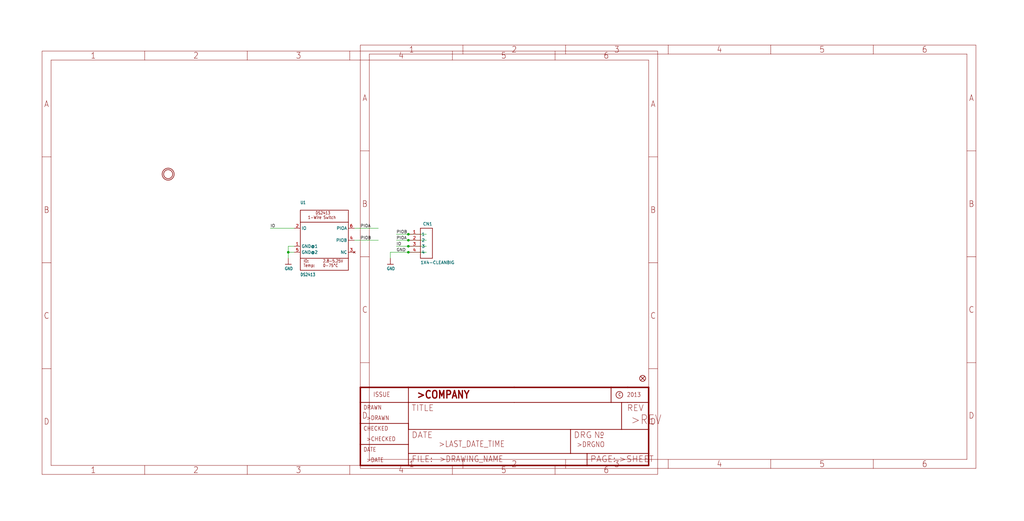
<source format=kicad_sch>
(kicad_sch (version 20211123) (generator eeschema)
  (paper "User" 433.07 220.421)
  (lib_symbols
    (symbol "schematicEagle-eagle-import:1X4-CLEANBIG"
      (property "Reference" "CN" (at 5.08 7.62 0))
      (property "Value" "1X4-CLEANBIG" (at 0 -10.16 0))
      (symbol "1X4-CLEANBIG_1_0"
        (polyline (pts (xy 0 -7.62) (xy 0 5.08)) (stroke (width 0.254)))
        (polyline (pts (xy 0 5.08) (xy 5.08 5.08)) (stroke (width 0.254)))
        (polyline (pts (xy 5.08 -7.62) (xy 0 -7.62)) (stroke (width 0.254)))
        (polyline (pts (xy 5.08 5.08) (xy 5.08 -7.62)) (stroke (width 0.254)))
        (pin bidirectional line (at -5.08 2.54 0) (length 5.08) (name "1") (number "1"))
        (pin bidirectional line (at -5.08 0 0) (length 5.08) (name "2") (number "2"))
        (pin bidirectional line (at -5.08 -2.54 0) (length 5.08) (name "3") (number "3"))
        (pin bidirectional line (at -5.08 -5.08 0) (length 5.08) (name "4") (number "4"))
      )
    )
    (symbol "schematicEagle-eagle-import:DS2413TSOC"
      (property "Reference" "U" (at -10.16 15.24 0))
      (property "Value" "DS2413TSOC" (at -10.16 -15.24 0))
      (symbol "DS2413TSOC_1_0"
        (polyline (pts (xy -10.16 -12.7) (xy 10.16 -12.7)) (stroke (width 0.254)))
        (polyline (pts (xy -10.16 -7.62) (xy -10.16 -12.7)) (stroke (width 0.254)))
        (polyline (pts (xy -10.16 -7.62) (xy -10.16 7.62)) (stroke (width 0.254)))
        (polyline (pts (xy -10.16 7.62) (xy -10.16 12.7)) (stroke (width 0.254)))
        (polyline (pts (xy -10.16 7.62) (xy 10.16 7.62)) (stroke (width 0.254)))
        (polyline (pts (xy -10.16 12.7) (xy 10.16 12.7)) (stroke (width 0.254)))
        (polyline (pts (xy 10.16 -12.7) (xy 10.16 -7.62)) (stroke (width 0.254)))
        (polyline (pts (xy 10.16 -7.62) (xy -10.16 -7.62)) (stroke (width 0.254)))
        (polyline (pts (xy 10.16 7.62) (xy 10.16 -7.62)) (stroke (width 0.254)))
        (polyline (pts (xy 10.16 12.7) (xy 10.16 7.62)) (stroke (width 0.254)))
        (text "0-75°C" (at -0.635 -11.43 0) (effects (font (size 1.27 1.0795)) (justify left bottom)))
        (text "1-Wire Switch" (at -6.985 8.89 0) (effects (font (size 1.27 1.0795)) (justify left bottom)))
        (text "2.8-5.25V" (at -0.635 -9.525 0) (effects (font (size 1.27 1.0795)) (justify left bottom)))
        (text "DS2413" (at -3.81 10.795 0) (effects (font (size 1.27 1.0795)) (justify left bottom)))
        (text "IO:" (at -8.89 -9.525 0) (effects (font (size 1.27 1.0795)) (justify left bottom)))
        (text "Temp:" (at -8.89 -11.43 0) (effects (font (size 1.27 1.0795)) (justify left bottom)))
        (pin power_in line (at -12.7 -2.54 0) (length 2.54) (name "GND@1") (number "1"))
        (pin bidirectional line (at -12.7 5.08 0) (length 2.54) (name "IO") (number "2"))
        (pin no_connect line (at 12.7 -5.08 180) (length 2.54) (name "NC") (number "3"))
        (pin bidirectional line (at 12.7 0 180) (length 2.54) (name "PIOB") (number "4"))
        (pin power_in line (at -12.7 -5.08 0) (length 2.54) (name "GND@2") (number "5"))
        (pin bidirectional line (at 12.7 5.08 180) (length 2.54) (name "PIOA") (number "6"))
      )
    )
    (symbol "schematicEagle-eagle-import:FIDUCIAL{dblquote}{dblquote}"
      (symbol "FIDUCIAL{dblquote}{dblquote}_1_0"
        (polyline (pts (xy -0.762 0.762) (xy 0.762 -0.762)) (stroke (width 0.254)))
        (polyline (pts (xy 0.762 0.762) (xy -0.762 -0.762)) (stroke (width 0.254)))
        (circle (center 0 0) (radius 1.27) (stroke (width 0.254)))
      )
    )
    (symbol "schematicEagle-eagle-import:FRAME_A4"
      (symbol "FRAME_A4_0_0"
        (polyline (pts (xy 0 44.7675) (xy 3.81 44.7675)))
        (polyline (pts (xy 0 89.535) (xy 3.81 89.535)))
        (polyline (pts (xy 0 134.3025) (xy 3.81 134.3025)))
        (polyline (pts (xy 3.81 3.81) (xy 3.81 175.26)))
        (polyline (pts (xy 43.3917 0) (xy 43.3917 3.81)))
        (polyline (pts (xy 43.3917 175.26) (xy 43.3917 179.07)))
        (polyline (pts (xy 86.7833 0) (xy 86.7833 3.81)))
        (polyline (pts (xy 86.7833 175.26) (xy 86.7833 179.07)))
        (polyline (pts (xy 130.175 0) (xy 130.175 3.81)))
        (polyline (pts (xy 130.175 175.26) (xy 130.175 179.07)))
        (polyline (pts (xy 173.5667 0) (xy 173.5667 3.81)))
        (polyline (pts (xy 173.5667 175.26) (xy 173.5667 179.07)))
        (polyline (pts (xy 216.9583 0) (xy 216.9583 3.81)))
        (polyline (pts (xy 216.9583 175.26) (xy 216.9583 179.07)))
        (polyline (pts (xy 256.54 3.81) (xy 3.81 3.81)))
        (polyline (pts (xy 256.54 3.81) (xy 256.54 175.26)))
        (polyline (pts (xy 256.54 44.7675) (xy 260.35 44.7675)))
        (polyline (pts (xy 256.54 89.535) (xy 260.35 89.535)))
        (polyline (pts (xy 256.54 134.3025) (xy 260.35 134.3025)))
        (polyline (pts (xy 256.54 175.26) (xy 3.81 175.26)))
        (polyline (pts (xy 0 0) (xy 260.35 0) (xy 260.35 179.07) (xy 0 179.07) (xy 0 0)))
        (text "1" (at 21.6958 1.905 0) (effects (font (size 2.54 2.286))))
        (text "1" (at 21.6958 177.165 0) (effects (font (size 2.54 2.286))))
        (text "2" (at 65.0875 1.905 0) (effects (font (size 2.54 2.286))))
        (text "2" (at 65.0875 177.165 0) (effects (font (size 2.54 2.286))))
        (text "3" (at 108.4792 1.905 0) (effects (font (size 2.54 2.286))))
        (text "3" (at 108.4792 177.165 0) (effects (font (size 2.54 2.286))))
        (text "4" (at 151.8708 1.905 0) (effects (font (size 2.54 2.286))))
        (text "4" (at 151.8708 177.165 0) (effects (font (size 2.54 2.286))))
        (text "5" (at 195.2625 1.905 0) (effects (font (size 2.54 2.286))))
        (text "5" (at 195.2625 177.165 0) (effects (font (size 2.54 2.286))))
        (text "6" (at 238.6542 1.905 0) (effects (font (size 2.54 2.286))))
        (text "6" (at 238.6542 177.165 0) (effects (font (size 2.54 2.286))))
        (text "A" (at 1.905 156.6863 0) (effects (font (size 2.54 2.286))))
        (text "A" (at 258.445 156.6863 0) (effects (font (size 2.54 2.286))))
        (text "B" (at 1.905 111.9188 0) (effects (font (size 2.54 2.286))))
        (text "B" (at 258.445 111.9188 0) (effects (font (size 2.54 2.286))))
        (text "C" (at 1.905 67.1513 0) (effects (font (size 2.54 2.286))))
        (text "C" (at 258.445 67.1513 0) (effects (font (size 2.54 2.286))))
        (text "D" (at 1.905 22.3838 0) (effects (font (size 2.54 2.286))))
        (text "D" (at 258.445 22.3838 0) (effects (font (size 2.54 2.286))))
      )
      (symbol "FRAME_A4_1_0"
        (polyline (pts (xy 256.54 3.81) (xy 256.54 8.89)) (stroke (width 0.1016)))
        (polyline (pts (xy 256.54 8.89) (xy 256.54 13.97)) (stroke (width 0.1016)))
        (polyline (pts (xy 256.54 13.97) (xy 256.54 19.05)) (stroke (width 0.1016)))
        (polyline (pts (xy 256.54 19.05) (xy 256.54 36.83)) (stroke (width 0.1016)))
      )
      (symbol "FRAME_A4_2_0"
        (polyline (pts (xy 1.27 -6.35) (xy 1.27 0)) (stroke (width 0.1016)))
        (polyline (pts (xy 1.27 0) (xy 82.55 0)) (stroke (width 0.1016)))
        (polyline (pts (xy 82.55 -6.35) (xy 1.27 -6.35)) (stroke (width 0.1016)))
        (polyline (pts (xy 82.55 0) (xy 82.55 -6.35)) (stroke (width 0.1016)))
        (text "PART OR WHOLE IS STRICTLY PROHIBITED WITHOUT WRITTEN PERMISSION!" (at 3.81 -5.08 0) (effects (font (size 1.27 1.0795)) (justify left bottom)))
        (text "PROPRIETARY" (at 3.81 -10.16 0) (effects (font (size 2.54 2.159) (thickness 0.4318) bold) (justify left bottom)))
        (text "THIS DRAWING CONTAINS CONFIDENTIAL INFORMATION. ANY REPRODUCTION IN" (at 3.81 -2.794 0) (effects (font (size 1.27 1.0795)) (justify left bottom)))
      )
      (symbol "FRAME_A4_3_0"
        (polyline (pts (xy 0 1.27) (xy 20.32 1.27)) (stroke (width 0.6096)))
        (polyline (pts (xy 0 10.16) (xy 0 1.27)) (stroke (width 0.6096)))
        (polyline (pts (xy 0 10.16) (xy 20.32 10.16)) (stroke (width 0.3048)))
        (polyline (pts (xy 0 19.05) (xy 0 10.16)) (stroke (width 0.6096)))
        (polyline (pts (xy 0 19.05) (xy 20.32 19.05)) (stroke (width 0.3048)))
        (polyline (pts (xy 0 27.94) (xy 0 19.05)) (stroke (width 0.6096)))
        (polyline (pts (xy 0 27.94) (xy 20.32 27.94)) (stroke (width 0.3048)))
        (polyline (pts (xy 0 34.29) (xy 0 27.94)) (stroke (width 0.6096)))
        (polyline (pts (xy 20.32 1.27) (xy 20.32 6.35)) (stroke (width 0.3048)))
        (polyline (pts (xy 20.32 1.27) (xy 95.885 1.27)) (stroke (width 0.6096)))
        (polyline (pts (xy 20.32 6.35) (xy 20.32 10.16)) (stroke (width 0.3048)))
        (polyline (pts (xy 20.32 6.35) (xy 88.9 6.35)) (stroke (width 0.3048)))
        (polyline (pts (xy 20.32 10.16) (xy 20.32 19.05)) (stroke (width 0.3048)))
        (polyline (pts (xy 20.32 16.51) (xy 20.32 19.05)) (stroke (width 0.3048)))
        (polyline (pts (xy 20.32 19.05) (xy 20.32 27.94)) (stroke (width 0.3048)))
        (polyline (pts (xy 20.32 27.94) (xy 20.32 34.29)) (stroke (width 0.3048)))
        (polyline (pts (xy 20.32 27.94) (xy 65.0875 27.94)) (stroke (width 0.3048)))
        (polyline (pts (xy 20.32 34.29) (xy 0 34.29)) (stroke (width 0.6096)))
        (polyline (pts (xy 65.0875 27.94) (xy 106.045 27.94)) (stroke (width 0.3048)))
        (polyline (pts (xy 65.0875 34.29) (xy 20.32 34.29)) (stroke (width 0.6096)))
        (polyline (pts (xy 88.9 6.35) (xy 95.885 6.35)) (stroke (width 0.3048)))
        (polyline (pts (xy 88.9 16.51) (xy 20.32 16.51)) (stroke (width 0.3048)))
        (polyline (pts (xy 88.9 16.51) (xy 88.9 6.35)) (stroke (width 0.3048)))
        (polyline (pts (xy 95.885 1.27) (xy 121.92 1.27)) (stroke (width 0.6096)))
        (polyline (pts (xy 95.885 6.35) (xy 95.885 1.27)) (stroke (width 0.3048)))
        (polyline (pts (xy 95.885 6.35) (xy 121.92 6.35)) (stroke (width 0.3048)))
        (polyline (pts (xy 101.6 13.0175) (xy 102.5525 13.0175)) (stroke (width 0.254)))
        (polyline (pts (xy 106.045 27.94) (xy 106.045 34.29)) (stroke (width 0.3048)))
        (polyline (pts (xy 106.045 27.94) (xy 110.49 27.94)) (stroke (width 0.3048)))
        (polyline (pts (xy 106.045 34.29) (xy 65.0875 34.29)) (stroke (width 0.6096)))
        (polyline (pts (xy 110.49 16.51) (xy 88.9 16.51)) (stroke (width 0.3048)))
        (polyline (pts (xy 110.49 27.94) (xy 110.49 16.51)) (stroke (width 0.3048)))
        (polyline (pts (xy 110.49 27.94) (xy 113.03 27.94)) (stroke (width 0.3048)))
        (polyline (pts (xy 113.03 27.94) (xy 121.92 27.94)) (stroke (width 0.3048)))
        (polyline (pts (xy 113.03 34.29) (xy 106.045 34.29)) (stroke (width 0.6096)))
        (polyline (pts (xy 121.92 6.35) (xy 121.92 1.27)) (stroke (width 0.6096)))
        (polyline (pts (xy 121.92 16.51) (xy 110.49 16.51)) (stroke (width 0.3048)))
        (polyline (pts (xy 121.92 16.51) (xy 121.92 6.35)) (stroke (width 0.6096)))
        (polyline (pts (xy 121.92 27.94) (xy 121.92 16.51)) (stroke (width 0.6096)))
        (polyline (pts (xy 121.92 34.29) (xy 113.03 34.29)) (stroke (width 0.6096)))
        (polyline (pts (xy 121.92 34.29) (xy 121.92 27.94)) (stroke (width 0.6096)))
        (circle (center 109.5375 31.115) (radius 1.4199) (stroke (width 0.254)))
        (text "2013" (at 112.7125 30.1625 0) (effects (font (size 1.778 1.5113)) (justify left bottom)))
        (text ">CHECKED" (at 2.54 11.43 0) (effects (font (size 1.778 1.5113)) (justify left bottom)))
        (text ">COMPANY" (at 23.6538 29.3687 0) (effects (font (size 3.175 2.6987) (thickness 0.5397) bold) (justify left bottom)))
        (text ">DATE" (at 2.54 2.54 0) (effects (font (size 1.778 1.5113)) (justify left bottom)))
        (text ">DRAWING_NAME" (at 33.3375 2.54 0) (effects (font (size 2.54 2.159)) (justify left bottom)))
        (text ">DRAWN" (at 2.54 20.32 0) (effects (font (size 1.778 1.5113)) (justify left bottom)))
        (text ">DRGNO" (at 91.44 8.89 0) (effects (font (size 2.1844 1.8567)) (justify left bottom)))
        (text ">LAST_DATE_TIME" (at 33.02 8.89 0) (effects (font (size 2.54 2.159)) (justify left bottom)))
        (text ">REV" (at 114.3 18.415 0) (effects (font (size 3.81 3.2385)) (justify left bottom)))
        (text ">SHEET" (at 109.22 2.54 0) (effects (font (size 2.54 2.54)) (justify left bottom)))
        (text "C" (at 109.0612 30.48 0) (effects (font (size 1.27 1.0795)) (justify left bottom)))
        (text "CHECKED" (at 1.27 15.875 0) (effects (font (size 1.778 1.5113)) (justify left bottom)))
        (text "DATE" (at 1.27 6.985 0) (effects (font (size 1.778 1.5113)) (justify left bottom)))
        (text "DATE" (at 21.59 12.7 0) (effects (font (size 2.54 2.54)) (justify left bottom)))
        (text "DRAWN" (at 1.27 24.765 0) (effects (font (size 1.778 1.5113)) (justify left bottom)))
        (text "DRG" (at 90.17 12.7 0) (effects (font (size 2.54 2.54)) (justify left bottom)))
        (text "FILE:" (at 21.59 2.54 0) (effects (font (size 2.54 2.54)) (justify left bottom)))
        (text "ISSUE" (at 5.3975 30.1625 0) (effects (font (size 1.9304 1.6408)) (justify left bottom)))
        (text "N" (at 98.7425 12.7 0) (effects (font (size 2.54 2.54)) (justify left bottom)))
        (text "o" (at 101.2825 13.6525 0) (effects (font (size 2.1844 1.8567)) (justify left bottom)))
        (text "PAGE:" (at 97.155 2.54 0) (effects (font (size 2.54 2.54)) (justify left bottom)))
        (text "REV" (at 112.7125 24.13 0) (effects (font (size 2.54 2.54)) (justify left bottom)))
        (text "TITLE" (at 21.59 24.13 0) (effects (font (size 2.54 2.54)) (justify left bottom)))
      )
    )
    (symbol "schematicEagle-eagle-import:GND" (power)
      (property "Value" "GND" (at -1.524 -2.54 0))
      (symbol "GND_1_0"
        (polyline (pts (xy -1.27 0) (xy 1.27 0)) (stroke (width 0.254)))
        (pin power_in line (at 0 2.54 270) (length 2.54) (name "GND") (number "1"))
      )
    )
    (symbol "schematicEagle-eagle-import:MOUNTINGHOLE2.5"
      (symbol "MOUNTINGHOLE2.5_1_0"
        (circle (center 0 0) (radius 1.905) (stroke (width 0.254)))
        (circle (center 0 0) (radius 2.54) (stroke (width 0.254)))
      )
    )
  )
  (junction (at 121.92 106.68))
  (junction (at 172.72 104.14))
  (junction (at 172.72 101.6))
  (junction (at 172.72 106.68))
  (junction (at 172.72 99.06))
  (wire (pts (xy 149.86 101.6) (xy 160.02 101.6)))
  (wire (pts (xy 172.72 104.14) (xy 167.64 104.14)))
  (wire (pts (xy 165.1 106.68) (xy 165.1 109.22)))
  (wire (pts (xy 172.72 101.6) (xy 167.64 101.6)))
  (wire (pts (xy 124.46 106.68) (xy 121.92 106.68)))
  (wire (pts (xy 180.34 101.6) (xy 172.72 101.6)))
  (wire (pts (xy 121.92 104.14) (xy 121.92 106.68)))
  (wire (pts (xy 172.72 99.06) (xy 167.64 99.06)))
  (wire (pts (xy 124.46 104.14) (xy 121.92 104.14)))
  (wire (pts (xy 180.34 99.06) (xy 172.72 99.06)))
  (wire (pts (xy 180.34 104.14) (xy 172.72 104.14)))
  (wire (pts (xy 172.72 106.68) (xy 180.34 106.68)))
  (wire (pts (xy 121.92 106.68) (xy 121.92 109.22)))
  (wire (pts (xy 124.46 96.52) (xy 114.3 96.52)))
  (wire (pts (xy 165.1 106.68) (xy 172.72 106.68)))
  (wire (pts (xy 149.86 96.52) (xy 160.02 96.52)))
  (label "IO" (at 167.64 104.14 0) (effects (font (size 1.2446 1.2446))))
  (label "PIOA" (at 152.4 96.52 0) (effects (font (size 1.2446 1.2446))))
  (label "IO" (at 114.3 96.52 0) (effects (font (size 1.2446 1.2446))))
  (label "PIOB" (at 167.64 99.06 0) (effects (font (size 1.2446 1.2446))))
  (label "GND" (at 167.64 106.68 0) (effects (font (size 1.2446 1.2446))))
  (label "PIOA" (at 167.64 101.6 0) (effects (font (size 1.2446 1.2446))))
  (label "PIOB" (at 152.4 101.6 0) (effects (font (size 1.2446 1.2446))))
  (symbol (lib_id "schematicEagle-eagle-import:MOUNTINGHOLE2.5") (at 71.12 73.66 0) (unit 1)
    (property "Reference" "U$4" (effects hide))
    (property "Value" "MOUNTINGHOLE2.5" (effects hide))
    (property "Footprint" "schematicEagle:MOUNTINGHOLE_2.5_PLATED" (effects hide))
  )
  (symbol (lib_id "schematicEagle-eagle-import:GND") (at 121.92 111.76 0) (unit 1)
    (property "Reference" "#U$1" (effects hide))
    (property "Value" "GND" (at 120.396 114.3 0) (effects (font (size 1.27 1.0795)) (justify left bottom)))
    (property "Footprint" "schematicEagle:" (effects hide))
  )
  (symbol (lib_id "schematicEagle-eagle-import:FRAME_A4") (at 17.78 200.66 0) (unit 1)
    (property "Reference" "#FRAME1" (effects hide))
    (property "Value" "FRAME_A4" (effects hide))
    (property "Footprint" "schematicEagle:" (effects hide))
  )
  (symbol (lib_id "schematicEagle-eagle-import:FRAME_A4") (at 152.4 198.12 0) (unit 3)
    (property "Reference" "#FRAME1" (effects hide))
    (property "Value" "FRAME_A4" (effects hide))
    (property "Footprint" "schematicEagle:" (effects hide))
  )
  (symbol (lib_id "schematicEagle-eagle-import:FIDUCIAL{dblquote}{dblquote}") (at 271.78 160.02 0) (unit 1)
    (property "Reference" "FID1" (effects hide))
    (property "Value" "FIDUCIAL{dblquote}{dblquote}" (effects hide))
    (property "Footprint" "schematicEagle:FIDUCIAL_1MM" (effects hide))
  )
  (symbol (lib_id "schematicEagle-eagle-import:1X4-CLEANBIG") (at 177.8 101.6 0) (unit 1)
    (property "Reference" "CN1" (at 182.88 93.98 0) (effects (justify right top)))
    (property "Value" "1X4-CLEANBIG" (at 177.8 111.76 0) (effects (justify left bottom)))
    (property "Footprint" "schematicEagle:1X04-CLEANBIG" (effects hide))
  )
  (symbol (lib_id "schematicEagle-eagle-import:GND") (at 165.1 111.76 0) (unit 1)
    (property "Reference" "#U$2" (effects hide))
    (property "Value" "GND" (at 163.576 114.3 0) (effects (font (size 1.27 1.0795)) (justify left bottom)))
    (property "Footprint" "schematicEagle:" (effects hide))
  )
  (symbol (lib_id "schematicEagle-eagle-import:DS2413TSOC") (at 137.16 101.6 0) (unit 1)
    (property "Reference" "U1" (at 127 86.36 0) (effects (font (size 1.27 1.0795)) (justify left bottom)))
    (property "Value" "DS2413" (at 127 116.84 0) (effects (font (size 1.27 1.0795)) (justify left bottom)))
    (property "Footprint" "schematicEagle:DS2413_TSOC6L" (effects hide))
  )
)
</source>
